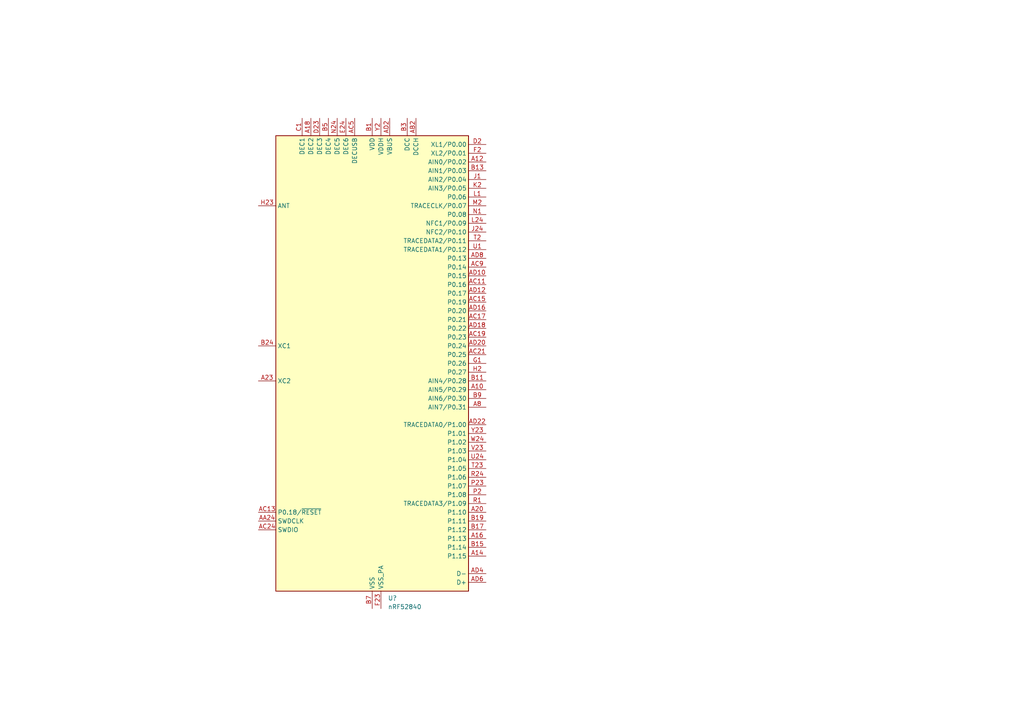
<source format=kicad_sch>
(kicad_sch (version 20211123) (generator eeschema)
  (paper "A4")
  (title_block (title "Smart Watch") (date "2022-08-02") (rev "Version 1.0") (company "University of Southern Denmark") (comment 1 "SRM"))
  (lib_symbols
    (symbol "MCU_Nordic:nRF52840"
      (property "Reference" "U" (at 0 5.08 0))
      (property "Value" "nRF52840" (at 0 2.54 0))
      (symbol "nRF52840_0_1"
        (rectangle (start -27.94 66.04) (end 27.94 -66.04) (stroke (width 0.254)) (fill (type background)))
      )
      (symbol "nRF52840_1_1"
        (pin bidirectional line (at 33.02 -7.62 180) (length 5.08) (name "AIN5/P0.29") (number "A10"))
        (pin bidirectional line (at 33.02 58.42 180) (length 5.08) (name "AIN0/P0.02") (number "A12"))
        (pin bidirectional line (at 33.02 -55.88 180) (length 5.08) (name "P1.15") (number "A14"))
        (pin bidirectional line (at 33.02 -50.8 180) (length 5.08) (name "P1.13") (number "A16"))
        (pin passive line (at -17.78 71.12 270) (length 5.08) (name "DEC2") (number "A18"))
        (pin bidirectional line (at 33.02 -43.18 180) (length 5.08) (name "P1.10") (number "A20"))
        (pin passive line (at 0 71.12 270) (length 5.08) hide (name "VDD") (number "A22"))
        (pin input line (at -33.02 -5.08 0) (length 5.08) (name "XC2") (number "A23"))
        (pin bidirectional line (at 33.02 -12.7 180) (length 5.08) (name "AIN7/P0.31") (number "A8"))
        (pin input line (at -33.02 -45.72 0) (length 5.08) (name "SWDCLK") (number "AA24"))
        (pin power_out line (at 12.7 71.12 270) (length 5.08) (name "DCCH") (number "AB2"))
        (pin bidirectional line (at 33.02 22.86 180) (length 5.08) (name "P0.16") (number "AC11"))
        (pin bidirectional line (at -33.02 -43.18 0) (length 5.08) (name "P0.18/~{RESET}") (number "AC13"))
        (pin bidirectional line (at 33.02 17.78 180) (length 5.08) (name "P0.19") (number "AC15"))
        (pin bidirectional line (at 33.02 12.7 180) (length 5.08) (name "P0.21") (number "AC17"))
        (pin bidirectional line (at 33.02 7.62 180) (length 5.08) (name "P0.23") (number "AC19"))
        (pin bidirectional line (at 33.02 2.54 180) (length 5.08) (name "P0.25") (number "AC21"))
        (pin bidirectional line (at -33.02 -48.26 0) (length 5.08) (name "SWDIO") (number "AC24"))
        (pin passive line (at -5.08 71.12 270) (length 5.08) (name "DECUSB") (number "AC5"))
        (pin bidirectional line (at 33.02 27.94 180) (length 5.08) (name "P0.14") (number "AC9"))
        (pin bidirectional line (at 33.02 25.4 180) (length 5.08) (name "P0.15") (number "AD10"))
        (pin bidirectional line (at 33.02 20.32 180) (length 5.08) (name "P0.17") (number "AD12"))
        (pin passive line (at 0 71.12 270) (length 5.08) hide (name "VDD") (number "AD14"))
        (pin bidirectional line (at 33.02 15.24 180) (length 5.08) (name "P0.20") (number "AD16"))
        (pin bidirectional line (at 33.02 10.16 180) (length 5.08) (name "P0.22") (number "AD18"))
        (pin power_in line (at 5.08 71.12 270) (length 5.08) (name "VBUS") (number "AD2"))
        (pin bidirectional line (at 33.02 5.08 180) (length 5.08) (name "P0.24") (number "AD20"))
        (pin bidirectional line (at 33.02 -17.78 180) (length 5.08) (name "TRACEDATA0/P1.00") (number "AD22"))
        (pin passive line (at 0 71.12 270) (length 5.08) hide (name "VDD") (number "AD23"))
        (pin bidirectional line (at 33.02 -60.96 180) (length 5.08) (name "D-") (number "AD4"))
        (pin bidirectional line (at 33.02 -63.5 180) (length 5.08) (name "D+") (number "AD6"))
        (pin bidirectional line (at 33.02 30.48 180) (length 5.08) (name "P0.13") (number "AD8"))
        (pin power_in line (at 0 71.12 270) (length 5.08) (name "VDD") (number "B1"))
        (pin bidirectional line (at 33.02 -5.08 180) (length 5.08) (name "AIN4/P0.28") (number "B11"))
        (pin bidirectional line (at 33.02 55.88 180) (length 5.08) (name "AIN1/P0.03") (number "B13"))
        (pin bidirectional line (at 33.02 -53.34 180) (length 5.08) (name "P1.14") (number "B15"))
        (pin bidirectional line (at 33.02 -48.26 180) (length 5.08) (name "P1.12") (number "B17"))
        (pin bidirectional line (at 33.02 -45.72 180) (length 5.08) (name "P1.11") (number "B19"))
        (pin input line (at -33.02 5.08 0) (length 5.08) (name "XC1") (number "B24"))
        (pin power_out line (at 10.16 71.12 270) (length 5.08) (name "DCC") (number "B3"))
        (pin passive line (at -12.7 71.12 270) (length 5.08) (name "DEC4") (number "B5"))
        (pin power_in line (at 0 -71.12 90) (length 5.08) (name "VSS") (number "B7"))
        (pin bidirectional line (at 33.02 -10.16 180) (length 5.08) (name "AIN6/P0.30") (number "B9"))
        (pin passive line (at -20.32 71.12 270) (length 5.08) (name "DEC1") (number "C1"))
        (pin bidirectional line (at 33.02 63.5 180) (length 5.08) (name "XL1/P0.00") (number "D2"))
        (pin passive line (at -15.24 71.12 270) (length 5.08) (name "DEC3") (number "D23"))
        (pin passive line (at -7.62 71.12 270) (length 5.08) (name "DEC6") (number "E24"))
        (pin passive line (at 0 -71.12 90) (length 5.08) hide (name "VSS") (number "EP"))
        (pin bidirectional line (at 33.02 60.96 180) (length 5.08) (name "XL2/P0.01") (number "F2"))
        (pin power_in line (at 2.54 -71.12 90) (length 5.08) (name "VSS_PA") (number "F23"))
        (pin bidirectional line (at 33.02 0 180) (length 5.08) (name "P0.26") (number "G1"))
        (pin bidirectional line (at 33.02 -2.54 180) (length 5.08) (name "P0.27") (number "H2"))
        (pin passive line (at -33.02 45.72 0) (length 5.08) (name "ANT") (number "H23"))
        (pin bidirectional line (at 33.02 53.34 180) (length 5.08) (name "AIN2/P0.04") (number "J1"))
        (pin bidirectional line (at 33.02 38.1 180) (length 5.08) (name "NFC2/P0.10") (number "J24"))
        (pin bidirectional line (at 33.02 50.8 180) (length 5.08) (name "AIN3/P0.05") (number "K2"))
        (pin bidirectional line (at 33.02 48.26 180) (length 5.08) (name "P0.06") (number "L1"))
        (pin bidirectional line (at 33.02 40.64 180) (length 5.08) (name "NFC1/P0.09") (number "L24"))
        (pin bidirectional line (at 33.02 45.72 180) (length 5.08) (name "TRACECLK/P0.07") (number "M2"))
        (pin bidirectional line (at 33.02 43.18 180) (length 5.08) (name "P0.08") (number "N1"))
        (pin passive line (at -10.16 71.12 270) (length 5.08) (name "DEC5") (number "N24"))
        (pin bidirectional line (at 33.02 -38.1 180) (length 5.08) (name "P1.08") (number "P2"))
        (pin bidirectional line (at 33.02 -35.56 180) (length 5.08) (name "P1.07") (number "P23"))
        (pin bidirectional line (at 33.02 -40.64 180) (length 5.08) (name "TRACEDATA3/P1.09") (number "R1"))
        (pin bidirectional line (at 33.02 -33.02 180) (length 5.08) (name "P1.06") (number "R24"))
        (pin bidirectional line (at 33.02 35.56 180) (length 5.08) (name "TRACEDATA2/P0.11") (number "T2"))
        (pin bidirectional line (at 33.02 -30.48 180) (length 5.08) (name "P1.05") (number "T23"))
        (pin bidirectional line (at 33.02 33.02 180) (length 5.08) (name "TRACEDATA1/P0.12") (number "U1"))
        (pin bidirectional line (at 33.02 -27.94 180) (length 5.08) (name "P1.04") (number "U24"))
        (pin bidirectional line (at 33.02 -25.4 180) (length 5.08) (name "P1.03") (number "V23"))
        (pin passive line (at 0 71.12 270) (length 5.08) hide (name "VDD") (number "W1"))
        (pin bidirectional line (at 33.02 -22.86 180) (length 5.08) (name "P1.02") (number "W24"))
        (pin power_in line (at 2.54 71.12 270) (length 5.08) (name "VDDH") (number "Y2"))
        (pin bidirectional line (at 33.02 -20.32 180) (length 5.08) (name "P1.01") (number "Y23"))
      )
    )
  )
  (symbol (lib_id "MCU_Nordic:nRF52840") (at 107.95 105.41 0) (unit 1)
    (property "Reference" "U?" (at 112.5094 173.4804 0) (effects (justify left)))
    (property "Value" "nRF52840" (at 112.5094 176.0173 0) (effects (justify left)))
    (property "Footprint" "Package_DFN_QFN:Nordic_AQFN-73-1EP_7x7mm_P0.5mm" (effects hide))
    (property "Datasheet" "http://infocenter.nordicsemi.com/topic/com.nordic.infocenter.nrf52/dita/nrf52/chips/nrf52840.html" (effects hide))
  )
)
</source>
